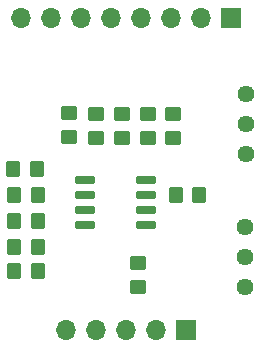
<source format=gbr>
%TF.GenerationSoftware,KiCad,Pcbnew,(6.0.11-0)*%
%TF.CreationDate,2023-02-13T11:24:02+01:00*%
%TF.ProjectId,vectrex_joystick,76656374-7265-4785-9f6a-6f7973746963,rev?*%
%TF.SameCoordinates,Original*%
%TF.FileFunction,Soldermask,Top*%
%TF.FilePolarity,Negative*%
%FSLAX46Y46*%
G04 Gerber Fmt 4.6, Leading zero omitted, Abs format (unit mm)*
G04 Created by KiCad (PCBNEW (6.0.11-0)) date 2023-02-13 11:24:02*
%MOMM*%
%LPD*%
G01*
G04 APERTURE LIST*
G04 Aperture macros list*
%AMRoundRect*
0 Rectangle with rounded corners*
0 $1 Rounding radius*
0 $2 $3 $4 $5 $6 $7 $8 $9 X,Y pos of 4 corners*
0 Add a 4 corners polygon primitive as box body*
4,1,4,$2,$3,$4,$5,$6,$7,$8,$9,$2,$3,0*
0 Add four circle primitives for the rounded corners*
1,1,$1+$1,$2,$3*
1,1,$1+$1,$4,$5*
1,1,$1+$1,$6,$7*
1,1,$1+$1,$8,$9*
0 Add four rect primitives between the rounded corners*
20,1,$1+$1,$2,$3,$4,$5,0*
20,1,$1+$1,$4,$5,$6,$7,0*
20,1,$1+$1,$6,$7,$8,$9,0*
20,1,$1+$1,$8,$9,$2,$3,0*%
G04 Aperture macros list end*
%ADD10RoundRect,0.250000X0.450000X-0.350000X0.450000X0.350000X-0.450000X0.350000X-0.450000X-0.350000X0*%
%ADD11RoundRect,0.250000X-0.350000X-0.450000X0.350000X-0.450000X0.350000X0.450000X-0.350000X0.450000X0*%
%ADD12C,1.440000*%
%ADD13RoundRect,0.250000X0.350000X0.450000X-0.350000X0.450000X-0.350000X-0.450000X0.350000X-0.450000X0*%
%ADD14R,1.700000X1.700000*%
%ADD15O,1.700000X1.700000*%
%ADD16RoundRect,0.150000X-0.725000X-0.150000X0.725000X-0.150000X0.725000X0.150000X-0.725000X0.150000X0*%
%ADD17RoundRect,0.250000X-0.450000X0.350000X-0.450000X-0.350000X0.450000X-0.350000X0.450000X0.350000X0*%
G04 APERTURE END LIST*
D10*
%TO.C,R4*%
X84531200Y-106190800D03*
X84531200Y-104190800D03*
%TD*%
D11*
%TO.C,R3*%
X73184000Y-117500400D03*
X75184000Y-117500400D03*
%TD*%
D12*
%TO.C,RV1*%
X92862400Y-102504400D03*
X92862400Y-105044400D03*
X92862400Y-107584400D03*
%TD*%
D10*
%TO.C,R8*%
X86664800Y-106190800D03*
X86664800Y-104190800D03*
%TD*%
%TO.C,R11*%
X83667600Y-118789200D03*
X83667600Y-116789200D03*
%TD*%
D11*
%TO.C,R10*%
X73202800Y-113233200D03*
X75202800Y-113233200D03*
%TD*%
D12*
%TO.C,RV2*%
X92760800Y-118780400D03*
X92760800Y-116240400D03*
X92760800Y-113700400D03*
%TD*%
D13*
%TO.C,R12*%
X88868000Y-111048800D03*
X86868000Y-111048800D03*
%TD*%
D14*
%TO.C,J2*%
X87782400Y-122428000D03*
D15*
X85242400Y-122428000D03*
X82702400Y-122428000D03*
X80162400Y-122428000D03*
X77622400Y-122428000D03*
%TD*%
D10*
%TO.C,R2*%
X82346800Y-106190800D03*
X82346800Y-104190800D03*
%TD*%
D16*
%TO.C,U1*%
X79213000Y-109753400D03*
X79213000Y-111023400D03*
X79213000Y-112293400D03*
X79213000Y-113563400D03*
X84363000Y-113563400D03*
X84363000Y-112293400D03*
X84363000Y-111023400D03*
X84363000Y-109753400D03*
%TD*%
D17*
%TO.C,R5*%
X80162400Y-104190800D03*
X80162400Y-106190800D03*
%TD*%
%TO.C,R9*%
X77876400Y-104105200D03*
X77876400Y-106105200D03*
%TD*%
D13*
%TO.C,R7*%
X75202800Y-115417600D03*
X73202800Y-115417600D03*
%TD*%
D11*
%TO.C,R6*%
X73189600Y-111048800D03*
X75189600Y-111048800D03*
%TD*%
D13*
%TO.C,R1*%
X75133200Y-108813600D03*
X73133200Y-108813600D03*
%TD*%
D14*
%TO.C,J1*%
X91541600Y-96012000D03*
D15*
X89001600Y-96012000D03*
X86461600Y-96012000D03*
X83921600Y-96012000D03*
X81381600Y-96012000D03*
X78841600Y-96012000D03*
X76301600Y-96012000D03*
X73761600Y-96012000D03*
%TD*%
M02*

</source>
